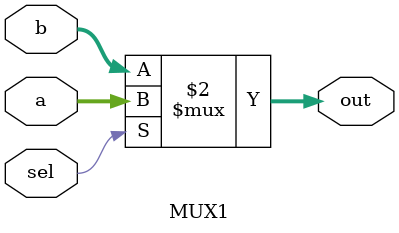
<source format=v>
`timescale 1ns / 1ps


module MUX1(
    input [31:0] a,
    input [31:0] b,
    output [31:0] out,
    input sel
    );
    
    assign out = (sel == 1) ? a : b;
    
endmodule

</source>
